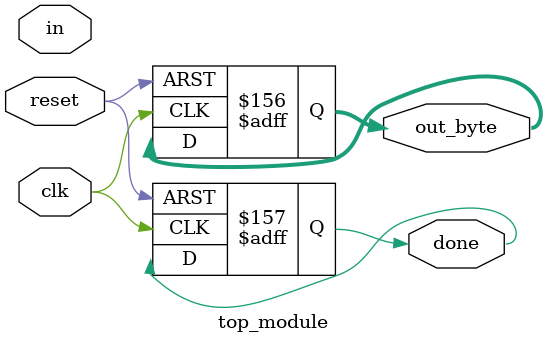
<source format=sv>
module top_module (
    input clk,
    input in,
    input reset,
    output reg [7:0] out_byte,
    output reg done
);

reg [3:0] state;

parameter IDLE = 2'd0;
parameter START = 2'd1;
parameter DATA = 2'd2;
parameter STOP = 2'd3;

reg [2:0] count;
reg start_bit_detected;
reg [7:0] data_bits;

always @(posedge clk or posedge reset) begin
    if (reset) begin
        state <= IDLE;
        count <= 3'd0;
        start_bit_detected <= 1'b0;
        data_bits <= 8'd0;
        out_byte <= 8'd0;
        done <= 1'b0;
    end else begin
        case (state)
            IDLE: begin
                if (in) begin
                    state <= START;
                    start_bit_detected <= 1'b1;
                    count <= 3'd0;
                    data_bits <= 8'd0;
                end else begin
                    state <= IDLE;
                end
            end
            
            START: begin
                if (start_bit_detected && !in) begin
                    state <= DATA;
                end else if (start_bit_detected && in) begin
                    state <= START;
                end else begin
                    state <= IDLE;
                end
            end
            
            DATA: begin
                if (count < 8) begin
                    data_bits[count] <= in;
                    count <= count + 1;
                    state <= DATA;
                end else begin
                    state <= STOP;
                end
            end
            
            STOP: begin
                if (count < 8) begin
                    state <= STOP;
                end else if (count == 8 && in) begin
                    state <= IDLE;
                    done <= 1'b1;
                    out_byte <= data_bits;
                end else begin
                    state <= IDLE;
                end
            end
        endcase
    end
end

endmodule

</source>
